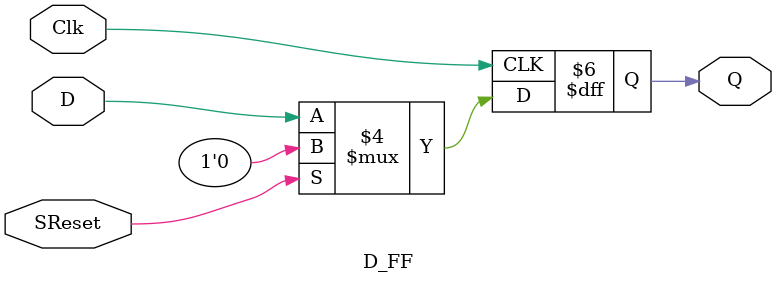
<source format=v>
`timescale 1ns / 1ps
	module D_FF( D , Clk , SReset , Q  );
		input D ;
		input Clk ;
		input SReset;
		output Q ;
		reg Q ;
		always @ ( posedge Clk)
			if(SReset == 0)
			Q <= D ; 
			else 
			Q <= 0 ;
	endmodule
		

</source>
